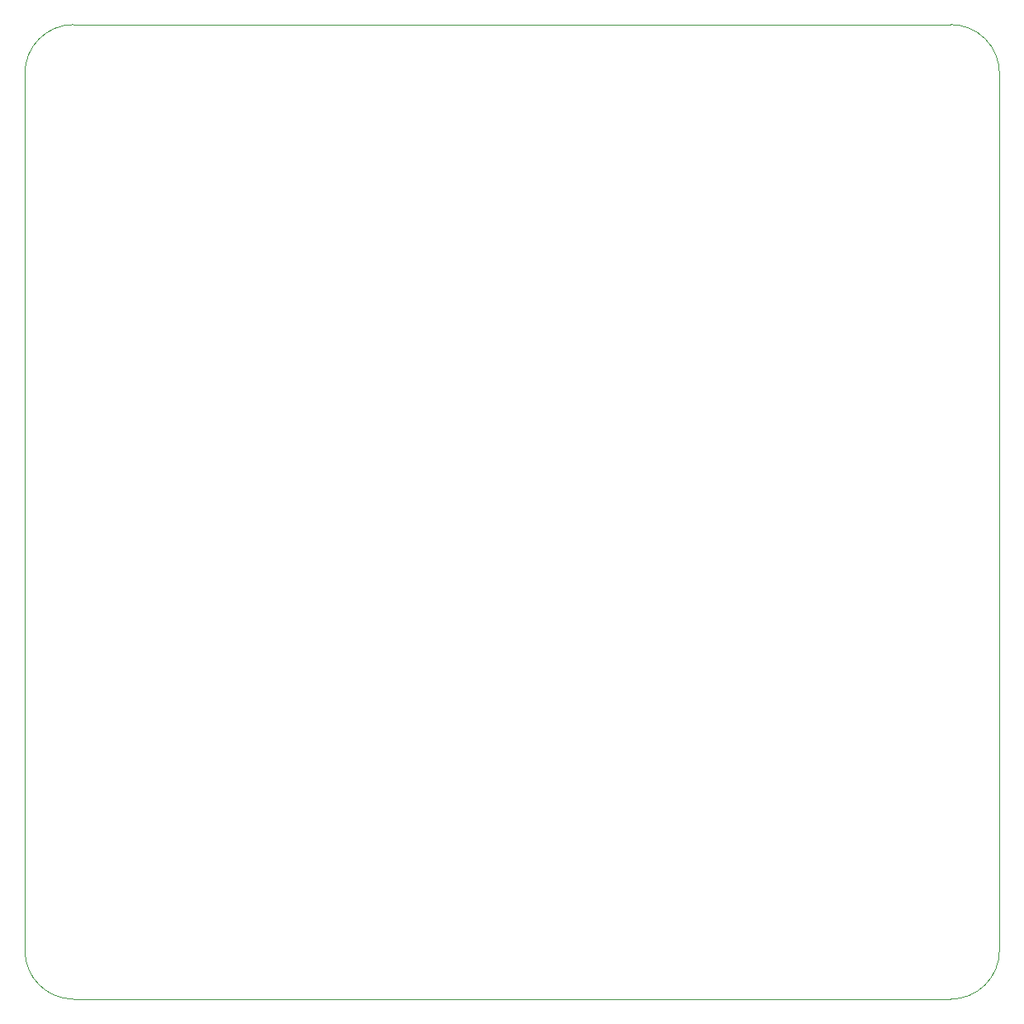
<source format=gbr>
%TF.GenerationSoftware,KiCad,Pcbnew,7.0.1*%
%TF.CreationDate,2023-07-30T21:13:22+03:00*%
%TF.ProjectId,ESP32_dual_ESC,45535033-325f-4647-9561-6c5f4553432e,rev?*%
%TF.SameCoordinates,Original*%
%TF.FileFunction,Profile,NP*%
%FSLAX46Y46*%
G04 Gerber Fmt 4.6, Leading zero omitted, Abs format (unit mm)*
G04 Created by KiCad (PCBNEW 7.0.1) date 2023-07-30 21:13:22*
%MOMM*%
%LPD*%
G01*
G04 APERTURE LIST*
%TA.AperFunction,Profile*%
%ADD10C,0.100000*%
%TD*%
G04 APERTURE END LIST*
D10*
X150000000Y-55000000D02*
G75*
G03*
X145000000Y-50000000I-5000000J0D01*
G01*
X55000000Y-150000000D02*
X145000000Y-150000000D01*
X150000000Y-55000000D02*
X150000000Y-145000000D01*
X145000000Y-50000000D02*
X55000000Y-50000000D01*
X50000000Y-55000000D02*
X50000000Y-145000000D01*
X145000000Y-150000000D02*
G75*
G03*
X150000000Y-145000000I0J5000000D01*
G01*
X55000000Y-50000000D02*
G75*
G03*
X50000000Y-55000000I0J-5000000D01*
G01*
X50000000Y-145000000D02*
G75*
G03*
X55000000Y-150000000I5000000J0D01*
G01*
M02*

</source>
